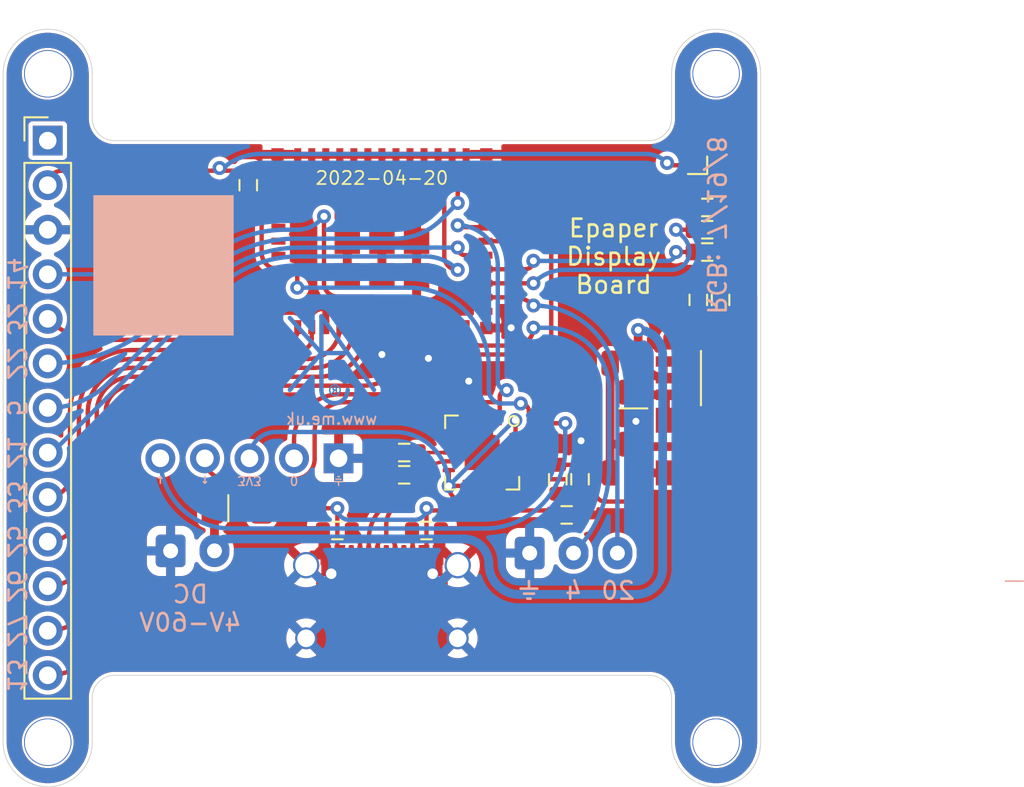
<source format=kicad_pcb>
(kicad_pcb (version 20241129) (generator "pcbnew") (generator_version "9.0")
  (title_block (title "1.54\" epaper display") (date "${DATE}") (rev "1") (comment 1 "www.me.uk") (comment 2 "@TheRealRevK") (comment 3 "Adrian Kennard Andrews & Arnold Ltd"))
  (layers (0 "F.Cu" signal) (2 "B.Cu" signal) (13 "F.Paste" user) (15 "B.Paste" user) (5 "F.SilkS" user) (7 "B.SilkS" user) (1 "F.Mask" user) (3 "B.Mask" user) (25 "Edge.Cuts" user))
  (property "DATE" "2022-04-20")
  (net 0 "")
  (net 1 "VBUS")
  (net 2 "D+")
  (net 3 "D-")
  (net 4 "Net-(D3-RK)")
  (net 5 "Net-(D3-BK)")
  (net 6 "Net-(D3-GK)")
  (net 7 "Net-(J1-D+-PadA6)")
  (net 8 "Net-(J1-D--PadA7)")
  (net 9 "SCK")
  (net 10 "Net-(J1-CC1)")
  (net 11 "GND")
  (net 12 "+3V3")
  (net 14 "Net-(J1-CC2)")
  (net 17 "Net-(U1-FB)")
  (net 18 "Net-(U2-CBUS3)")
  (net 19 "MISO")
  (net 21 "MOSI")
  (net 22 "CS")
  (net 24 "D{slash}C")
  (net 25 "R")
  (net 26 "G")
  (net 27 "B")
  (net 28 "DC")
  (net 34 "SRCS")
  (net 35 "O")
  (net 36 "SDCS")
  (net 38 "RST")
  (net 39 "I")
  (net 40 "EN")
  (net 44 "BOOT")
  (net 46 "BUSY")
  (net 47 "ENA")
  (net 49 "BUTTON1")
  (net 50 "BUTTON2")
  (footprint "RevK:Hole-2.5mm" (layer "F.Cu") (at 169.5 65.08 -90)
    (property "Reference" "H2" (hide yes))
    (property "Value" "MountingHole" (hide yes))
  )
  (footprint "RevK:QFN-20-1EP_4x4mm_P0.5mm_EP2.5x2.5mm" (layer "F.Cu") (at 156.165 86.67 -90)
    (property "Reference" "U2" (hide yes))
    (property "Value" "FT231XQ")
  )
  (footprint "RevK:USC16-TR-Round" (layer "F.Cu") (at 150.45 99.37)
    (property "Reference" "J1" (hide yes))
    (property "Value" "USB-C")
  )
  (footprint "RevK:Hidden" (layer "F.Cu") (at 164.41 87.83)
    (property "Reference" "C3" (hide yes))
    (property "Value" "10uF")
  )
  (footprint "RevK:Hole-2.5mm" (layer "F.Cu") (at 131.4 103.18 -90)
    (property "Reference" "H4" (hide yes))
    (property "Value" "MountingHole" (hide yes))
  )
  (footprint "RevK:AJK" (layer "F.Cu") (at 138.258 74.478)
    (property "Reference" "Logo1" (hide yes))
    (property "Value" "AJK" (hide yes))
  )
  (footprint "RevK:C_0603" (layer "F.Cu") (at 160.981 90.226 180)
    (property "Reference" "C4" (hide yes))
    (property "Value" "10nF")
  )
  (footprint "RevK:Hole-2.5mm" (layer "F.Cu") (at 131.4 65.08 -90)
    (property "Reference" "H3" (hide yes))
    (property "Value" "MountingHole" (hide yes))
  )
  (footprint "RevK:Molex_MiniSPOX_H3RA" (layer "F.Cu") (at 161.372 92.402)
    (property "Reference" "J4" (hide yes))
    (property "Value" "Conn_01x02")
  )
  (footprint "RevK:R_0603" (layer "F.Cu") (at 160.473 88.194 90)
    (property "Reference" "R7" (hide yes))
    (property "Value" "4k7")
  )
  (footprint "RevK:Molex_MiniSPOX_H2RA" (layer "F.Cu") (at 139.655 92.275)
    (property "Reference" "J3" (hide yes))
    (property "Value" "DC")
  )
  (footprint "RevK:Hidden" (layer "F.Cu") (at 164.79 84.71 -90)
    (property "Reference" "D1" (hide yes))
    (property "Value" "Schottky")
  )
  (footprint "RevK:Hidden" (layer "F.Cu") (at 167.71 80.33)
    (property "Reference" "C1" (hide yes))
    (property "Value" "0.1uF")
  )
  (footprint "RevK:RegulatorBlockFB" (layer "F.Cu") (at 167.96 82.43 -90)
    (property "Reference" "U1" (hide yes))
    (property "Value" "LMR16006+FB")
  )
  (footprint "RevK:R_0603" (layer "F.Cu") (at 168.992 72.7 180)
    (property "Reference" "R11" (hide yes))
    (property "Value" "2K")
  )
  (footprint "RevK:R_0603" (layer "F.Cu") (at 142.83 71.43 -90)
    (property "Reference" "R9" (hide yes))
    (property "Value" "10k")
  )
  (footprint "RevK:R_0603" (layer "F.Cu") (at 169.754 77.971 90)
    (property "Reference" "R1" (hide yes))
    (property "Value" "100k 1% or 0R")
  )
  (footprint "RevK:Hole-2.5mm" (layer "F.Cu") (at 169.5 103.18 -90)
    (property "Reference" "H1" (hide yes))
    (property "Value" "MountingHole" (hide yes))
  )
  (footprint "RevK:ESP32-PICO-MINI-02" (layer "F.Cu") (at 150.45 74.62325)
    (property "Reference" "U3" (hide yes))
    (property "Value" "ESP32-PICO-MINI-02")
  )
  (footprint "RevK:R_0603" (layer "F.Cu") (at 151.72 86.67)
    (property "Reference" "R6" (hide yes))
    (property "Value" "27R")
  )
  (footprint "RevK:D_1206" (layer "F.Cu") (at 142.195 89.845)
    (property "Reference" "D2" (hide yes))
    (property "Value" "D")
  )
  (footprint "RevK:R_0603" (layer "F.Cu") (at 168.992 73.97 180)
    (property "Reference" "R10" (hide yes))
    (property "Value" "680R")
  )
  (footprint "RevK:R_0603" (layer "F.Cu") (at 161.743 88.194 -90)
    (property "Reference" "R8" (hide yes))
    (property "Value" "10k")
  )
  (footprint "RevK:R_0603" (layer "F.Cu") (at 152.99 91.115)
    (property "Reference" "R4" (hide yes))
    (property "Value" "5K1")
  )
  (footprint "RevK:R_0603" (layer "F.Cu") (at 147.91 91.115 180)
    (property "Reference" "R3" (hide yes))
    (property "Value" "5K1")
  )
  (footprint "RevK:R_0603" (layer "F.Cu") (at 168.992 75.24 180)
    (property "Reference" "R12" (hide yes))
    (property "Value" "220R")
  )
  (footprint "Connector_PinHeader_2.54mm:PinHeader_1x13_P2.54mm_Vertical" (layer "F.Cu") (at 131.4 68.89)
    (property "Reference" "M1" (hide yes))
    (property "Value" "EPaper")
  )
  (footprint "RevK:LED-RGB-1.6x1.6" (layer "F.Cu") (at 168.992 70.795 180)
    (property "Reference" "D3" (hide yes))
    (property "Value" "RGB")
  )
  (footprint "RevK:R_0603" (layer "F.Cu") (at 168.484 77.971 -90)
    (property "Reference" "R2" (hide yes))
    (property "Value" "30k 1% or NF")
  )
  (footprint "RevK:Hidden" (layer "F.Cu") (at 164.41 81.58)
    (property "Reference" "C2" (hide yes))
    (property "Value" "2.2uF")
  )
  (footprint "RevK:R_0603" (layer "F.Cu") (at 151.72 87.94)
    (property "Reference" "R5" (hide yes))
    (property "Value" "27R")
  )
  (footprint "RevK:Hidden" (layer "F.Cu") (at 167.96 86.33 -90)
    (property "Reference" "L1" (hide yes))
    (property "Value" "6.8uH")
  )
  (footprint "RevK:AJK" (layer "B.Cu") (at 147 81 180)
    (property "Reference" "Logo2" (hide yes))
    (property "Value" "AJK" (hide yes))
  )
  (footprint "RevK:Shelly" (layer "B.Cu") (at 142.9 87)
    (property "Reference" "J2" (hide yes))
    (property "Value" "Shelly" (hide yes))
  )
  (gr_rect (start 134 72) (end 142 80) (fill yes) (layer "B.SilkS"))
  (gr_rect (start 186 94) (end 187 94) (fill no) (layer "B.SilkS"))
  (gr_line (start 133.94 65.08) (end 133.94 67.62) (stroke (width 0.05)) (layer "Edge.Cuts"))
  (gr_arc (start 135.21 68.89) (mid 134.311974 68.518026) (end 133.94 67.62) (stroke (width 0.05)) (layer "Edge.Cuts"))
  (gr_arc (start 133.94 103.18) (mid 131.4 105.72) (end 128.86 103.18) (stroke (width 0.05)) (layer "Edge.Cuts"))
  (gr_line (start 165.69 99.37) (end 135.21 99.37) (stroke (width 0.05)) (layer "Edge.Cuts"))
  (gr_line (start 166.96 65.08) (end 166.96 67.62) (stroke (width 0.05)) (layer "Edge.Cuts"))
  (gr_arc (start 165.69 99.37) (mid 166.588026 99.741974) (end 166.96 100.64) (stroke (width 0.05)) (layer "Edge.Cuts"))
  (gr_line (start 172.04 65.08) (end 172.04 103.18) (stroke (width 0.05)) (layer "Edge.Cuts"))
  (gr_arc (start 172.04 103.18) (mid 169.5 105.72) (end 166.96 103.18) (stroke (width 0.05)) (layer "Edge.Cuts"))
  (gr_line (start 165.69 68.89) (end 135.21 68.89) (stroke (width 0.05)) (layer "Edge.Cuts"))
  (gr_arc (start 166.96 65.08) (mid 169.5 62.54) (end 172.04 65.08) (stroke (width 0.05)) (layer "Edge.Cuts"))
  (gr_line (start 128.86 103.18) (end 128.86 65.08) (stroke (width 0.05)) (layer "Edge.Cuts"))
  (gr_arc (start 166.96 67.62) (mid 166.588026 68.518026) (end 165.69 68.89) (stroke (width 0.05)) (layer "Edge.Cuts"))
  (gr_line (start 166.96 100.64) (end 166.96 103.18) (stroke (width 0.05)) (layer "Edge.Cuts"))
  (gr_arc (start 128.86 65.08) (mid 131.4 62.54) (end 133.94 65.08) (stroke (width 0.05)) (layer "Edge.Cuts"))
  (gr_arc (start 133.94 100.64) (mid 134.311974 99.741974) (end 135.21 99.37) (stroke (width 0.05)) (layer "Edge.Cuts"))
  (gr_line (start 133.94 100.64) (end 133.94 103.18) (stroke (width 0.05)) (layer "Edge.Cuts"))
  (gr_text "Epaper\nDisplay\nBoard" (at 163.658 75.494 0) (layer "F.SilkS") (effects (font (size 1 1))))
  (gr_text "20" (at 163.912 94.544 0) (layer "B.SilkS") (effects (font (size 1 1)) (justify mirror)))
  (gr_text "22" (at 129.622 81.59 -90) (layer "B.SilkS") (effects (font (size 1 1)) (justify mirror)))
  (gr_text "27" (at 129.622 96.83 -90) (layer "B.SilkS") (effects (font (size 1 1)) (justify mirror)))
  (gr_text "4" (at 161.372 94.544 0) (layer "B.SilkS") (effects (font (size 1 1)) (justify mirror)))
  (gr_text "25" (at 129.622 91.75 -90) (layer "B.SilkS") (effects (font (size 1 1)) (justify mirror)))
  (gr_text "RGB: 7/19/8" (at 169.5 73.716 -90) (layer "B.SilkS") (effects (font (size 1 1)) (justify mirror)))
  (gr_text "33" (at 129.622 89.21 -90) (layer "B.SilkS") (effects (font (size 1 1)) (justify mirror)))
  (gr_text "21" (at 129.622 86.67 -90) (layer "B.SilkS") (effects (font (size 1 1)) (justify mirror)))
  (gr_text "32" (at 129.622 79.05 -90) (layer "B.SilkS") (effects (font (size 1 1)) (justify mirror)))
  (gr_text "13" (at 129.622 99.37 -90) (layer "B.SilkS") (effects (font (size 1 1)) (justify mirror)))
  (gr_text "5" (at 129.622 84.13 -90) (layer "B.SilkS") (effects (font (size 1 1)) (justify mirror)))
  (gr_text "26" (at 129.622 94.29 -90) (layer "B.SilkS") (effects (font (size 1 1)) (justify mirror)))
  (gr_text "DC\n4V-60V" (at 139.528 95.56 0) (layer "B.SilkS") (effects (font (size 1 1)) (justify mirror)))
  (gr_text "14" (at 129.622 76.51 -90) (layer "B.SilkS") (effects (font (size 1 1)) (justify mirror)))
  (gr_text "⏚" (at 158.832 94.544 0) (layer "B.SilkS") (effects (font (size 1 1)) (justify mirror)))
  (segment (start 160.473 89.019) (end 160.473 89.959) (width 0.25) (layer "F.Cu") (net 1))
  (segment (start 160.089 89.972) (end 153.117 89.972) (width 0.25) (layer "F.Cu") (net 1))
  (segment (start 147.91 89.845) (end 147.91 92.37) (width 0.25) (layer "F.Cu") (net 1))
  (segment (start 152.99 89.845) (end 152.99 92.37) (width 0.25) (layer "F.Cu") (net 1))
  (segment (start 147.91 89.845) (end 143.595 89.845) (width 0.25) (layer "F.Cu") (net 1))
  (via (at 147.91 89.845) (size 0.8) (drill 0.4) (layers "F.Cu" "B.Cu") (net 1))
  (via (at 152.99 89.845) (size 0.8) (drill 0.4) (layers "F.Cu" "B.Cu") (net 1))
  (arc (start 147.91 92.37) (mid 147.951005 92.468995) (end 148.05 92.51) (width 0.25) (layer "F.Cu") (net 1))
  (arc (start 160.473 89.959) (mid 160.394798 90.147798) (end 160.206 90.226) (width 0.25) (layer "F.Cu") (net 1))
  (arc (start 153.117 89.972) (mid 153.027197 89.934803) (end 152.99 89.845) (width 0.25) (layer "F.Cu") (net 1))
  (arc (start 152.99 92.37) (mid 152.948995 92.468995) (end 152.85 92.51) (width 0.25) (layer "F.Cu") (net 1))
  (segment (start 152.335 90.5) (end 148.565 90.5) (width 0.25) (layer "B.Cu") (net 1))
  (arc (start 148.565 90.5) (mid 148.101845 90.308155) (end 147.91 89.845) (width 0.25) (layer "B.Cu") (net 1))
  (arc (start 152.99 89.845) (mid 152.798155 90.308155) (end 152.335 90.5) (width 0.25) (layer "B.Cu") (net 1))
  (segment (start 154.265 86.67) (end 152.545 86.67) (width 0.2) (layer "F.Cu") (net 2))
  (segment (start 152.643248 87.841751) (end 152.545 87.94) (width 0.2) (layer "F.Cu") (net 3))
  (arc (start 154.265 87.17) (mid 153.387314 87.344583) (end 152.643248 87.841751) (width 0.2) (layer "F.Cu") (net 3))
  (segment (start 169.867 70.295) (end 170.042 70.295) (width 0.25) (layer "F.Cu") (net 4))
  (segment (start 170.77 71.023) (end 170.77 73.017) (width 0.25) (layer "F.Cu") (net 4))
  (arc (start 170.042 70.295) (mid 170.556774 70.508226) (end 170.77 71.023) (width 0.25) (layer "F.Cu") (net 4))
  (arc (start 170.77 73.017) (mid 170.490873 73.690873) (end 169.817 73.97) (width 0.25) (layer "F.Cu") (net 4))
  (segment (start 168.992 72.065) (end 168.992 74.415) (width 0.25) (layer "F.Cu") (net 5))
  (segment (start 168.117 71.295) (end 168.222 71.295) (width 0.25) (layer "F.Cu") (net 5))
  (arc (start 168.222 71.295) (mid 168.766472 71.520528) (end 168.992 72.065) (width 0.25) (layer "F.Cu") (net 5))
  (arc (start 168.992 74.415) (mid 169.233637 74.998363) (end 169.817 75.24) (width 0.25) (layer "F.Cu") (net 5))
  (segment (start 169.867 71.295) (end 169.867 72.65) (width 0.25) (layer "F.Cu") (net 6))
  (arc (start 169.867 72.65) (mid 169.852355 72.685355) (end 169.817 72.7) (width 0.25) (layer "F.Cu") (net 6))
  (segment (start 151.61952 87.39452) (end 151.61952 88.554555) (width 0.25) (layer "F.Cu") (net 7))
  (segment (start 150.2 92.05) (end 150.2 92.51) (width 0.25) (layer "F.Cu") (net 7))
  (segment (start 150.7 91.55) (end 150.7 90.774472) (width 0.25) (layer "F.Cu") (net 7))
  (segment (start 151.2 92.51) (end 151.2 92.05) (width 0.25) (layer "F.Cu") (net 7))
  (arc (start 151.61952 88.554555) (mid 151.480603 89.252938) (end 151.085 89.845) (width 0.25) (layer "F.Cu") (net 7))
  (arc (start 151.2 92.05) (mid 151.053553 91.696447) (end 150.7 91.55) (width 0.25) (layer "F.Cu") (net 7))
  (arc (start 150.7 91.55) (mid 150.346447 91.696447) (end 150.2 92.05) (width 0.25) (layer "F.Cu") (net 7))
  (arc (start 150.895 86.67) (mid 151.407313 86.882207) (end 151.61952 87.39452) (width 0.25) (layer "F.Cu") (net 7))
  (arc (start 150.7 90.774472) (mid 150.800058 90.271445) (end 151.085 89.845) (width 0.25) (layer "F.Cu") (net 7))
  (segment (start 150.895 87.94) (end 150.895 88.770675) (width 0.25) (layer "F.Cu") (net 8))
  (segment (start 149.7 92.51) (end 149.7 91.635) (width 0.25) (layer "F.Cu") (net 8))
  (segment (start 149.7 92.95) (end 149.7 92.51) (width 0.25) (layer "F.Cu") (net 8))
  (segment (start 150.45 89.845) (end 150.435391 89.859609) (width 0.25) (layer "F.Cu") (net 8))
  (segment (start 150.7 92.51) (end 150.7 92.95) (width 0.25) (layer "F.Cu") (net 8))
  (arc (start 150.7 92.95) (mid 150.553553 93.303553) (end 150.2 93.45) (width 0.25) (layer "F.Cu") (net 8))
  (arc (start 150.435391 89.859609) (mid 149.891122 90.674166) (end 149.7 91.635) (width 0.25) (layer "F.Cu") (net 8))
  (arc (start 150.895 88.770675) (mid 150.779348 89.352095) (end 150.45 89.845) (width 0.25) (layer "F.Cu") (net 8))
  (arc (start 150.2 93.45) (mid 149.846447 93.303553) (end 149.7 92.95) (width 0.25) (layer "F.Cu") (net 8))
  (segment (start 149.942 77.78) (end 147.91 77.78) (width 0.25) (layer "F.Cu") (net 9))
  (segment (start 150.45 79.52325) (end 150.45 78.288) (width 0.25) (layer "F.Cu") (net 9))
  (segment (start 147.148 77.018) (end 147.148 73.208) (width 0.25) (layer "F.Cu") (net 9))
  (via (at 147.148 73.208) (size 0.8) (drill 0.4) (layers "F.Cu" "B.Cu") (net 9))
  (arc (start 150.45 78.288) (mid 150.30121 77.92879) (end 149.942 77.78) (width 0.25) (layer "F.Cu") (net 9))
  (arc (start 147.91 77.78) (mid 147.371185 77.556815) (end 147.148 77.018) (width 0.25) (layer "F.Cu") (net 9))
  (segment (start 147.148 73.208) (end 146.924816 73.431184) (width 0.25) (layer "B.Cu") (net 9))
  (segment (start 145.624 73.97) (end 144.941681 73.97) (width 0.25) (layer "B.Cu") (net 9))
  (segment (start 138.80958 76.51) (end 131.4 76.51) (width 0.25) (layer "B.Cu") (net 9))
  (arc (start 146.924816 73.431184) (mid 146.327997 73.829966) (end 145.624 73.97) (width 0.25) (layer "B.Cu") (net 9))
  (arc (start 140.036 76.002) (mid 139.473314 76.377975) (end 138.80958 76.51) (width 0.25) (layer "B.Cu") (net 9))
  (arc (start 144.941681 73.97) (mid 142.286746 74.4981) (end 140.036 76.002) (width 0.25) (layer "B.Cu") (net 9))
  (segment (start 149.2 92.51) (end 149.2 91.58) (width 0.25) (layer "F.Cu") (net 10))
  (arc (start 149.2 91.58) (mid 149.063805 91.251195) (end 148.735 91.115) (width 0.25) (layer "F.Cu") (net 10))
  (segment (start 155.165 85.67) (end 156.165 86.67) (width 0.25) (layer "F.Cu") (net 11))
  (segment (start 147.98 87) (end 147.98 85.72) (width 0.25) (layer "F.Cu") (net 11))
  (segment (start 155.665 84.77) (end 155.665 86.17) (width 0.25) (layer "F.Cu") (net 11))
  (segment (start 164.79 86.1925) (end 164.79 85.03) (width 0.5) (layer "F.Cu") (net 11))
  (segment (start 148.6 85.1) (end 153.695 85.1) (width 0.25) (layer "F.Cu") (net 11))
  (segment (start 156.165 84.77) (end 156.165 86.67) (width 0.25) (layer "F.Cu") (net 11))
  (segment (start 156.665 86.17) (end 156.165 86.67) (width 0.25) (layer "F.Cu") (net 11))
  (segment (start 154.265 85.67) (end 155.165 85.67) (width 0.25) (layer "F.Cu") (net 11))
  (segment (start 155.165 84.77) (end 155.165 85.67) (width 0.25) (layer "F.Cu") (net 11))
  (segment (start 156.665 84.77) (end 156.665 86.17) (width 0.25) (layer "F.Cu") (net 11))
  (segment (start 156.165 88.57) (end 156.165 86.67) (width 0.25) (layer "F.Cu") (net 11))
  (via (at 157.816 79.558) (size 0.8) (drill 0.4) (layers "F.Cu" "B.Cu") (net 11))
  (via (at 161.8 86) (size 0.8) (drill 0.4) (layers "F.Cu" "B.Cu") (net 11))
  (via (at 153.1 81.3) (size 0.8) (drill 0.4) (layers "F.Cu" "B.Cu") (net 11))
  (via (at 164.928 84.892) (size 0.8) (drill 0.4) (layers "F.Cu" "B.Cu") (net 11))
  (via (at 155.4 82.6) (size 0.8) (drill 0.4) (layers "F.Cu" "B.Cu") (net 11))
  (via (at 150.45 81.082) (size 0.8) (drill 0.4) (layers "F.Cu" "B.Cu") (net 11))
  (arc (start 164.79 85.03) (mid 164.830419 84.932419) (end 164.928 84.892) (width 0.5) (layer "F.Cu") (net 11))
  (arc (start 153.695 85.1) (mid 154.098051 85.266949) (end 154.265 85.67) (width 0.25) (layer "F.Cu") (net 11))
  (arc (start 147.98 85.72) (mid 148.161594 85.281594) (end 148.6 85.1) (width 0.25) (layer "F.Cu") (net 11))
  (segment (start 154.26 87.675) (end 154.265 87.67) (width 0.25) (layer "F.Cu") (net 12))
  (segment (start 171.278 70.381978) (end 171.278 77.272) (width 0.25) (layer "F.Cu") (net 12))
  (segment (start 142.83 70.605) (end 132.225 70.605) (width 0.25) (layer "F.Cu") (net 12))
  (segment (start 158.065 85.67) (end 158.065 84.840668) (width 0.25) (layer "F.Cu") (net 12))
  (segment (start 168.117 70.295) (end 167.031918 70.295) (width 0.25) (layer "F.Cu") (net 12))
  (segment (start 170.326 78.796) (end 169.754 78.796) (width 0.25) (layer "F.Cu") (net 12))
  (segment (start 143.9 72.22325) (end 144.55 72.22325) (width 0.25) (layer "F.Cu") (net 12))
  (segment (start 164.674 89.464) (end 163.15 89.464) (width 0.25) (layer "F.Cu") (net 12))
  (segment (start 155.665 88.57) (end 155.165 88.57) (width 0.25) (layer "F.Cu") (net 12))
  (segment (start 167.91 87.83) (end 169.61 87.83) (width 0.25) (layer "F.Cu") (net 12))
  (segment (start 143.62952 71.95277) (end 143.62952 71.40452) (width 0.25) (layer "F.Cu") (net 12))
  (segment (start 165.36 87.83) (end 165.36 88.778) (width 0.25) (layer "F.Cu") (net 12))
  (segment (start 159.848 88.194) (end 161.88 88.194) (width 0.25) (layer "F.Cu") (net 12))
  (segment (start 154.26 88.575) (end 154.26 87.675) (width 0.25) (layer "F.Cu") (net 12))
  (segment (start 168.76 69.652) (end 170.548022 69.652) (width 0.25) (layer "F.Cu") (net 12))
  (segment (start 171.024 86.416) (end 171.024 79.494) (width 0.25) (layer "F.Cu") (net 12))
  (segment (start 155.149 89.464) (end 158.578 89.464) (width 0.25) (layer "F.Cu") (net 12))
  (segment (start 154.265 88.57) (end 154.26 88.575) (width 0.25) (layer "F.Cu") (net 12))
  (segment (start 155.165 88.57) (end 154.265 88.57) (width 0.25) (layer "F.Cu") (net 12))
  (segment (start 158.065 84.840668) (end 158.050081 84.825749) (width 0.25) (layer "F.Cu") (net 12))
  (via (at 141.195604 70.4515) (size 0.8) (drill 0.4) (layers "F.Cu" "B.Cu") (net 12))
  (via (at 166.706 70.16) (size 0.8) (drill 0.4) (layers "F.Cu" "B.Cu") (net 12))
  (via (at 158.050081 84.825749) (size 0.8) (drill 0.4) (layers "F.Cu" "B.Cu") (net 12))
  (via (at 154.26 88.575) (size 0.8) (drill 0.4) (layers "F.Cu" "B.Cu") (net 12))
  (arc (start 168.117 70.295) (mid 168.30533 69.84033) (end 168.76 69.652) (width 0.25) (layer "F.Cu") (net 12))
  (arc (start 170.548022 69.652) (mid 171.064194 69.865806) (end 171.278 70.381978) (width 0.25) (layer "F.Cu") (net 12))
  (arc (start 161.88 88.194) (mid 162.418815 88.417185) (end 162.642 88.956) (width 0.25) (layer "F.Cu") (net 12))
  (arc (start 132.225 70.605) (mid 131.641637 70.846637) (end 131.4 71.43) (width 0.25) (layer "F.Cu") (net 12))
  (arc (start 169.61 87.83) (mid 170.609849 87.415849) (end 171.024 86.416) (width 0.25) (layer "F.Cu") (net 12))
  (arc (start 163.15 89.464) (mid 162.79079 89.31521) (end 162.642 88.956) (width 0.25) (layer "F.Cu") (net 12))
  (arc (start 158.578 89.464) (mid 158.93721 89.31521) (end 159.086 88.956) (width 0.25) (layer "F.Cu") (net 12))
  (arc (start 143.62952 71.95277) (mid 143.708742 72.144028) (end 143.9 72.22325) (width 0.25) (layer "F.Cu") (net 12))
  (arc (start 165.36 88.778) (mid 165.159075 89.263075) (end 164.674 89.464) (width 0.25) (layer "F.Cu") (net 12))
  (arc (start 171.278 77.272) (mid 170.831631 78.349631) (end 169.754 78.796) (width 0.25) (layer "F.Cu") (net 12))
  (arc (start 167.031918 70.295) (mid 166.855532 70.259914) (end 166.706 70.16) (width 0.25) (layer "F.Cu") (net 12))
  (arc (start 143.62952 71.40452) (mid 143.395346 70.839174) (end 142.83 70.605) (width 0.25) (layer "F.Cu") (net 12))
  (arc (start 159.086 88.956) (mid 159.309185 88.417185) (end 159.848 88.194) (width 0.25) (layer "F.Cu") (net 12))
  (arc (start 154.26 88.575) (mid 154.520382 89.203618) (end 155.149 89.464) (width 0.25) (layer "F.Cu") (net 12))
  (arc (start 171.024 79.494) (mid 170.819561 79.000439) (end 170.326 78.796) (width 0.25) (layer "F.Cu") (net 12))
  (segment (start 144.4 85.5) (end 151.185 85.5) (width 0.25) (layer "B.Cu") (net 12))
  (segment (start 165.47958 69.652) (end 143.543745 69.652) (width 0.25) (layer "B.Cu") (net 12))
  (segment (start 141.659356 70.249947) (end 141.457803 70.4515) (width 0.25) (layer "B.Cu") (net 12))
  (segment (start 154.26 88.575) (end 158.009251 84.825749) (width 0.25) (layer "B.Cu") (net 12))
  (segment (start 141.457803 70.4515) (end 141.195604 70.4515) (width 0.25) (layer "B.Cu") (net 12))
  (segment (start 158.009251 84.825749) (end 158.050081 84.825749) (width 0.25) (layer "B.Cu") (net 12))
  (arc (start 166.706 70.16) (mid 166.143314 69.784025) (end 165.47958 69.652) (width 0.25) (layer "B.Cu") (net 12))
  (arc (start 143.543745 69.652) (mid 142.555659 69.805658) (end 141.659356 70.249947) (width 0.25) (layer "B.Cu") (net 12))
  (arc (start 151.185 85.5) (mid 153.359353 86.400647) (end 154.26 88.575) (width 0.25) (layer "B.Cu") (net 12))
  (arc (start 142.9 87) (mid 143.33934 85.93934) (end 144.4 85.5) (width 0.25) (layer "B.Cu") (net 12))
  (segment (start 152.2 92.51) (end 152.2 91.15) (width 0.25) (layer "F.Cu") (net 14))
  (arc (start 152.2 91.15) (mid 152.189749 91.125251) (end 152.165 91.115) (width 0.25) (layer "F.Cu") (net 14))
  (segment (start 168.484 78.796) (end 168.484 78.416) (width 0.25) (layer "F.Cu") (net 17))
  (segment (start 168.537217 78.796) (end 169.103159 79.361942) (width 0.25) (layer "F.Cu") (net 17))
  (segment (start 169.5 80.32) (end 169.5 81.0213) (width 0.25) (layer "F.Cu") (net 17))
  (segment (start 168.484 78.416) (end 169.754 77.146) (width 0.25) (layer "F.Cu") (net 17))
  (segment (start 168.484 78.796) (end 168.537217 78.796) (width 0.25) (layer "F.Cu") (net 17))
  (arc (start 169.5 81.0213) (mid 169.45062 81.269546) (end 169.31 81.48) (width 0.25) (layer "F.Cu") (net 17))
  (arc (start 169.103159 79.361942) (mid 169.396864 79.801502) (end 169.5 80.32) (width 0.25) (layer "F.Cu") (net 17))
  (segment (start 158.065 87.67) (end 159.016112 87.67) (width 0.25) (layer "F.Cu") (net 18))
  (segment (start 161.743 87.369) (end 160.473 87.369) (width 0.25) (layer "F.Cu") (net 18))
  (arc (start 159.016112 87.67) (mid 159.741254 87.52576) (end 160.356 87.115) (width 0.25) (layer "F.Cu") (net 18))
  (segment (start 145.65 79.52325) (end 145.65 79.72325) (width 0.25) (layer "F.Cu") (net 19))
  (segment (start 145.125489 80.247761) (end 134.29165 80.247761) (width 0.25) (layer "F.Cu") (net 19))
  (arc (start 134.29165 80.247761) (mid 132.7267 79.936473) (end 131.4 79.05) (width 0.25) (layer "F.Cu") (net 19))
  (arc (start 145.65 79.72325) (mid 145.496374 80.094135) (end 145.125489 80.247761) (width 0.25) (layer "F.Cu") (net 19))
  (segment (start 154.768 71.938) (end 154.768 72.446) (width 0.25) (layer "F.Cu") (net 21))
  (segment (start 156.35 71.42325) (end 155.28275 71.42325) (width 0.25) (layer "F.Cu") (net 21))
  (via (at 154.768 72.446) (size 0.8) (drill 0.4) (layers "F.Cu" "B.Cu") (net 21))
  (arc (start 155.28275 71.42325) (mid 154.918767 71.574017) (end 154.768 71.938) (width 0.25) (layer "F.Cu") (net 21))
  (segment (start 140.036 76.764) (end 137.904077 78.895923) (width 0.25) (layer "B.Cu") (net 21))
  (segment (start 151.212 74.478) (end 145.554892 74.478) (width 0.25) (layer "B.Cu") (net 21))
  (segment (start 153.81363 73.400369) (end 154.768 72.446) (width 0.25) (layer "B.Cu") (net 21))
  (arc (start 137.904077 78.895923) (mid 134.919981 80.889832) (end 131.4 81.59) (width 0.25) (layer "B.Cu") (net 21))
  (arc (start 145.554892 74.478) (mid 142.56809 75.072112) (end 140.036 76.764) (width 0.25) (layer "B.Cu") (net 21))
  (arc (start 151.212 74.478) (mid 152.619992 74.197933) (end 153.81363 73.400369) (width 0.25) (layer "B.Cu") (net 21))
  (segment (start 156.35 75.42325) (end 155.20525 75.42325) (width 0.25) (layer "F.Cu") (net 22))
  (via (at 154.768 74.986) (size 0.8) (drill 0.4) (layers "F.Cu" "B.Cu") (net 22))
  (arc (start 155.20525 75.42325) (mid 154.896068 75.295182) (end 154.768 74.986) (width 0.25) (layer "F.Cu") (net 22))
  (segment (start 154.768 74.986) (end 145.808892 74.986) (width 0.25) (layer "B.Cu") (net 22))
  (segment (start 140.29 77.272) (end 134.868841 82.693159) (width 0.25) (layer "B.Cu") (net 22))
  (arc (start 145.808892 74.986) (mid 142.82209 75.580112) (end 140.29 77.272) (width 0.25) (layer "B.Cu") (net 22))
  (arc (start 134.868841 82.693159) (mid 133.277323 83.756577) (end 131.4 84.13) (width 0.25) (layer "B.Cu") (net 22))
  (segment (start 154.006 75.494) (end 154.006 71.684) (width 0.25) (layer "F.Cu") (net 24))
  (segment (start 155.06675 70.62325) (end 156.35 70.62325) (width 0.25) (layer "F.Cu") (net 24))
  (via (at 154.768 76.256) (size 0.8) (drill 0.4) (layers "F.Cu" "B.Cu") (net 24))
  (arc (start 154.768 76.256) (mid 154.229185 76.032815) (end 154.006 75.494) (width 0.25) (layer "F.Cu") (net 24))
  (arc (start 154.006 71.684) (mid 154.316686 70.933936) (end 155.06675 70.62325) (width 0.25) (layer "F.Cu") (net 24))
  (segment (start 152.92837 75.494) (end 145.703681 75.494) (width 0.25) (layer "B.Cu") (net 24))
  (segment (start 140.798 77.526) (end 131.833606 86.490394) (width 0.25) (layer "B.Cu") (net 24))
  (arc (start 154.768 76.256) (mid 153.923971 75.692037) (end 152.92837 75.494) (width 0.25) (layer "B.Cu") (net 24))
  (arc (start 131.833606 86.490394) (mid 131.634666 86.623322) (end 131.4 86.67) (width 0.25) (layer "B.Cu") (net 24))
  (arc (start 145.703681 75.494) (mid 143.048746 76.0221) (end 140.798 77.526) (width 0.25) (layer "B.Cu") (net 24))
  (segment (start 156.35 77.02325) (end 159.08075 77.02325) (width 0.25) (layer "F.Cu") (net 25))
  (segment (start 167.214 73.97) (end 168.167 73.97) (width 0.25) (layer "F.Cu") (net 25))
  (via (at 159.086 77.018) (size 0.8) (drill 0.4) (layers "F.Cu" "B.Cu") (net 25))
  (via (at 167.214 73.97) (size 0.8) (drill 0.4) (layers "F.Cu" "B.Cu") (net 25))
  (arc (start 159.08075 77.02325) (mid 159.084462 77.021712) (end 159.086 77.018) (width 0.25) (layer "F.Cu") (net 25))
  (segment (start 159.086 77.018) (end 159.129579 76.974421) (width 0.25) (layer "B.Cu") (net 25))
  (segment (start 167.61679 74.37279) (end 167.214 73.97) (width 0.25) (layer "B.Cu") (net 25))
  (segment (start 160.864 76.256) (end 166.96 76.256) (width 0.25) (layer "B.Cu") (net 25))
  (arc (start 167.976 75.24) (mid 167.882644 74.770669) (end 167.61679 74.37279) (width 0.25) (layer "B.Cu") (net 25))
  (arc (start 159.129579 76.974421) (mid 159.925338 76.442711) (end 160.864 76.256) (width 0.25) (layer "B.Cu") (net 25))
  (arc (start 166.96 76.256) (mid 167.67842 75.95842) (end 167.976 75.24) (width 0.25) (layer "B.Cu") (net 25))
  (segment (start 156.35 72.22325) (end 167.69025 72.22325) (width 0.25) (layer "F.Cu") (net 26))
  (arc (start 167.69025 72.22325) (mid 168.027363 72.362887) (end 168.167 72.7) (width 0.25) (layer "F.Cu") (net 26))
  (segment (start 159.052216 75.770936) (end 159.080881 75.742271) (width 0.25) (layer "F.Cu") (net 27))
  (segment (start 156.35 76.22325) (end 158.61075 76.22325) (width 0.25) (layer "F.Cu") (net 27))
  (segment (start 159.052216 75.930861) (end 159.052216 75.770936) (width 0.25) (layer "F.Cu") (net 27))
  (segment (start 167.214 75.24) (end 168.167 75.24) (width 0.25) (layer "F.Cu") (net 27))
  (via (at 167.214 75.24) (size 0.8) (drill 0.4) (layers "F.Cu" "B.Cu") (net 27))
  (via (at 159.080881 75.742271) (size 0.8) (drill 0.4) (layers "F.Cu" "B.Cu") (net 27))
  (arc (start 158.61075 76.22325) (mid 158.874784 76.143155) (end 159.052216 75.930861) (width 0.25) (layer "F.Cu") (net 27))
  (segment (start 159.086 75.748) (end 159.080881 75.742881) (width 0.25) (layer "B.Cu") (net 27))
  (segment (start 166.706 75.748) (end 159.086 75.748) (width 0.25) (layer "B.Cu") (net 27))
  (segment (start 159.080881 75.742881) (end 159.080881 75.742271) (width 0.25) (layer "B.Cu") (net 27))
  (arc (start 167.214 75.24) (mid 167.06521 75.59921) (end 166.706 75.748) (width 0.25) (layer "B.Cu") (net 27))
  (segment (start 140.905 89.955) (end 140.795 89.845) (width 0.5) (layer "F.Cu") (net 28))
  (segment (start 165.055 81.015) (end 165.41 81.37) (width 0.5) (layer "F.Cu") (net 28))
  (segment (start 140.905 92.275) (end 140.905 89.955) (width 0.5) (layer "F.Cu") (net 28))
  (segment (start 165.055 79.685) (end 165.055 81.015) (width 0.5) (layer "F.Cu") (net 28))
  (segment (start 166.61 82.43) (end 166.61 81.48) (width 0.25) (layer "F.Cu") (net 28))
  (via (at 165.055 79.685) (size 0.8) (drill 0.4) (layers "F.Cu" "B.Cu") (net 28))
  (segment (start 141.58502 91.59498) (end 155.12098 91.59498) (width 0.5) (layer "B.Cu") (net 28))
  (segment (start 140.905888 92.208111) (end 140.931986 92.076904) (width 0.5) (layer "B.Cu") (net 28))
  (segment (start 140.931986 92.076904) (end 140.983181 91.95331) (width 0.5) (layer "B.Cu") (net 28))
  (segment (start 158.28516 94.75916) (end 164.96684 94.75916) (width 0.5) (layer "B.Cu") (net 28))
  (segment (start 141.386924 91.621966) (end 141.518131 91.595868) (width 0.5) (layer "B.Cu") (net 28))
  (segment (start 166.452 93.274) (end 166.452 81.082) (width 0.5) (layer "B.Cu") (net 28))
  (segment (start 140.983181 91.95331) (end 141.057503 91.842078) (width 0.5) (layer "B.Cu") (net 28))
  (segment (start 141.057503 91.842078) (end 141.152098 91.747483) (width 0.5) (layer "B.Cu") (net 28))
  (segment (start 141.518131 91.595868) (end 141.58502 91.59498) (width 0.5) (layer "B.Cu") (net 28))
  (segment (start 140.905 92.275) (end 140.905888 92.208111) (width 0.5) (layer "B.Cu") (net 28))
  (segment (start 141.26333 91.673161) (end 141.386924 91.621966) (width 0.5) (layer "B.Cu") (net 28))
  (segment (start 141.152098 91.747483) (end 141.26333 91.673161) (width 0.5) (layer "B.Cu") (net 28))
  (arc (start 164.96684 94.75916) (mid 166.017007 94.324167) (end 166.452 93.274) (width 0.5) (layer "B.Cu") (net 28))
  (arc (start 156.546 93.02) (mid 157.055388 94.249772) (end 158.28516 94.75916) (width 0.5) (layer "B.Cu") (net 28))
  (arc (start 155.12098 91.59498) (mid 156.128621 92.012359) (end 156.546 93.02) (width 0.5) (layer "B.Cu") (net 28))
  (arc (start 166.452 81.082) (mid 166.042828 80.094172) (end 165.055 79.685) (width 0.5) (layer "B.Cu") (net 28))
  (segment (start 132.67 84.384) (end 132.67 87.94) (width 0.25) (layer "F.Cu") (net 34))
  (segment (start 146.45 79.52325) (end 146.45 80.17325) (width 0.25) (layer "F.Cu") (net 34))
  (segment (start 145.79525 80.828) (end 136.226 80.828) (width 0.25) (layer "F.Cu") (net 34))
  (arc (start 132.67 87.94) (mid 132.298026 88.838026) (end 131.4 89.21) (width 0.25) (layer "F.Cu") (net 34))
  (arc (start 146.45 80.17325) (mid 146.258228 80.636228) (end 145.79525 80.828) (width 0.25) (layer "F.Cu") (net 34))
  (arc (start 136.226 80.828) (mid 133.711528 81.869528) (end 132.67 84.384) (width 0.25) (layer "F.Cu") (net 34))
  (segment (start 157.1 83.8) (end 148.3 83.8) (width 0.25) (layer "F.Cu") (net 35))
  (segment (start 157.165 84.77) (end 157.165 83.735) (width 0.25) (layer "F.Cu") (net 35))
  (segment (start 146.614511 85.485489) (end 146.614511 87.034511) (width 0.25) (layer "F.Cu") (net 35))
  (segment (start 145.474511 88.174511) (end 141.534511 88.174511) (width 0.25) (layer "F.Cu") (net 35))
  (segment (start 154.87525 73.82325) (end 156.35 73.82325) (width 0.25) (layer "F.Cu") (net 35))
  (segment (start 157.165 83.735) (end 157.165 83.511) (width 0.25) (layer "F.Cu") (net 35))
  (via (at 157.562 83.114) (size 0.8) (drill 0.4) (layers "F.Cu" "B.Cu") (net 35))
  (via (at 154.768 73.716) (size 0.8) (drill 0.4) (layers "F.Cu" "B.Cu") (net 35))
  (arc (start 154.768 73.716) (mid 154.799413 73.791837) (end 154.87525 73.82325) (width 0.25) (layer "F.Cu") (net 35))
  (arc (start 148.3 83.8) (mid 147.108179 84.293668) (end 146.614511 85.485489) (width 0.25) (layer "F.Cu") (net 35))
  (arc (start 146.614511 87.034511) (mid 146.280613 87.840613) (end 145.474511 88.174511) (width 0.25) (layer "F.Cu") (net 35))
  (arc (start 157.165 83.735) (mid 157.145962 83.780962) (end 157.1 83.8) (width 0.25) (layer "F.Cu") (net 35))
  (arc (start 141.534511 88.174511) (mid 140.704006 87.830505) (end 140.36 87) (width 0.25) (layer "F.Cu") (net 35))
  (arc (start 157.165 83.511) (mid 157.281279 83.230279) (end 157.562 83.114) (width 0.25) (layer "F.Cu") (net 35))
  (segment (start 157.054 82.606) (end 157.054 76.002) (width 0.25) (layer "B.Cu") (net 35))
  (arc (start 157.562 83.114) (mid 157.20279 82.96521) (end 157.054 82.606) (width 0.25) (layer "B.Cu") (net 35))
  (arc (start 157.054 76.002) (mid 156.384446 74.385554) (end 154.768 73.716) (width 0.25) (layer "B.Cu") (net 35))
  (segment (start 146.23725 81.336) (end 136.226 81.336) (width 0.25) (layer "F.Cu") (net 36))
  (segment (start 133.178 84.384) (end 133.178 89.972) (width 0.25) (layer "F.Cu") (net 36))
  (arc (start 148.05 79.52325) (mid 147.519058 80.805058) (end 146.23725 81.336) (width 0.25) (layer "F.Cu") (net 36))
  (arc (start 136.226 81.336) (mid 134.070739 82.228739) (end 133.178 84.384) (width 0.25) (layer "F.Cu") (net 36))
  (arc (start 133.178 89.972) (mid 132.657236 91.229236) (end 131.4 91.75) (width 0.25) (layer "F.Cu") (net 36))
  (segment (start 133.686 84.384) (end 133.686 92.004) (width 0.25) (layer "F.Cu") (net 38))
  (segment (start 146.52925 81.844) (end 136.226 81.844) (width 0.25) (layer "F.Cu") (net 38))
  (arc (start 148.85 79.52325) (mid 148.170268 81.164268) (end 146.52925 81.844) (width 0.25) (layer "F.Cu") (net 38))
  (arc (start 133.686 92.004) (mid 133.016446 93.620446) (end 131.4 94.29) (width 0.25) (layer "F.Cu") (net 38))
  (arc (start 136.226 81.844) (mid 134.429949 82.587949) (end 133.686 84.384) (width 0.25) (layer "F.Cu") (net 38))
  (segment (start 160.102 75.24) (end 160.102 85.002) (width 0.25) (layer "F.Cu") (net 39))
  (segment (start 160.102 85.002) (end 160.898 85.002) (width 0.25) (layer "F.Cu") (net 39))
  (segment (start 158.257002 87.17) (end 158.065 87.17) (width 0.25) (layer "F.Cu") (net 39))
  (segment (start 160.102 85.002) (end 160.102 85.325002) (width 0.25) (layer "F.Cu") (net 39))
  (segment (start 156.35 74.62325) (end 159.48525 74.62325) (width 0.25) (layer "F.Cu") (net 39))
  (via (at 160.9 85) (size 0.8) (drill 0.4) (layers "F.Cu" "B.Cu") (net 39))
  (arc (start 159.48525 74.62325) (mid 159.921358 74.803892) (end 160.102 75.24) (width 0.25) (layer "F.Cu") (net 39))
  (arc (start 160.102 85.325002) (mid 159.561613 86.629613) (end 158.257002 87.17) (width 0.25) (layer "F.Cu") (net 39))
  (arc (start 160.898 85.002) (mid 160.899414 85.001414) (end 160.9 85) (width 0.25) (layer "F.Cu") (net 39))
  (segment (start 160.9 86.4) (end 160.9 85) (width 0.25) (layer "B.Cu") (net 39))
  (segment (start 141.82 91) (end 156.3 91) (width 0.25) (layer "B.Cu") (net 39))
  (arc (start 156.3 91) (mid 159.552691 89.652691) (end 160.9 86.4) (width 0.25) (layer "B.Cu") (net 39))
  (arc (start 137.82 87) (mid 138.991573 89.828427) (end 141.82 91) (width 0.25) (layer "B.Cu") (net 39))
  (segment (start 143.592 73.017) (end 143.592 75.26525) (width 0.25) (layer "F.Cu") (net 40))
  (segment (start 145.2 76.22325) (end 144.55 76.22325) (width 0.25) (layer "F.Cu") (net 40))
  (segment (start 145.624 77.272) (end 145.624 76.64725) (width 0.25) (layer "F.Cu") (net 40))
  (segment (start 158.831143 85.848883) (end 158.831143 84.345643) (width 0.25) (layer "F.Cu") (net 40))
  (segment (start 158.065 86.17) (end 158.462328 86.17) (width 0.25) (layer "F.Cu") (net 40))
  (via (at 158.3615 83.876) (size 0.8) (drill 0.4) (layers "F.Cu" "B.Cu") (net 40))
  (via (at 145.624 77.272) (size 0.8) (drill 0.4) (layers "F.Cu" "B.Cu") (net 40))
  (arc (start 145.624 76.64725) (mid 145.499813 76.347437) (end 145.2 76.22325) (width 0.25) (layer "F.Cu") (net 40))
  (arc (start 158.462328 86.17) (mid 158.70607 86.078262) (end 158.831143 85.848883) (width 0.25) (layer "F.Cu") (net 40))
  (arc (start 158.831143 84.345643) (mid 158.693588 84.013555) (end 158.3615 83.876) (width 0.25) (layer "F.Cu") (net 40))
  (arc (start 143.592 75.26525) (mid 143.872592 75.942658) (end 144.55 76.22325) (width 0.25) (layer "F.Cu") (net 40))
  (arc (start 142.83 72.255) (mid 143.368815 72.478185) (end 143.592 73.017) (width 0.25) (layer "F.Cu") (net 40))
  (segment (start 158.359497 83.873997) (end 158.3615 83.876) (width 0.25) (layer "B.Cu") (net 40))
  (segment (start 157.222369 83.873997) (end 158.359497 83.873997) (width 0.25) (layer "B.Cu") (net 40))
  (segment (start 145.624 77.272) (end 151.974 77.272) (width 0.25) (layer "B.Cu") (net 40))
  (segment (start 156.546 81.844) (end 156.546 83.114) (width 0.25) (layer "B.Cu") (net 40))
  (arc (start 151.974 77.272) (mid 155.206892 78.611108) (end 156.546 81.844) (width 0.25) (layer "B.Cu") (net 40))
  (arc (start 156.546 83.114) (mid 156.739821 83.621756) (end 157.222369 83.873997) (width 0.25) (layer "B.Cu") (net 40))
  (segment (start 159.594 84.384) (end 159.594 82.098) (width 0.25) (layer "F.Cu") (net 44))
  (segment (start 148.049511 83.350489) (end 152.349511 83.350489) (width 0.25) (layer "F.Cu") (net 44))
  (segment (start 154.45 79.52325) (end 154.45 80.17325) (width 0.25) (layer "F.Cu") (net 44))
  (segment (start 159.594 85.4) (end 159.594 84.384) (width 0.25) (layer "F.Cu") (net 44))
  (segment (start 158.065 86.67) (end 158.324 86.67) (width 0.25) (layer "F.Cu") (net 44))
  (segment (start 156.292 81.082) (end 158.578 81.082) (width 0.25) (layer "F.Cu") (net 44))
  (segment (start 154.45 79.52325) (end 154.45 81.25) (width 0.25) (layer "F.Cu") (net 44))
  (segment (start 145.44 85.96) (end 145.44 87) (width 0.25) (layer "F.Cu") (net 44))
  (segment (start 155.35875 81.082) (end 156.292 81.082) (width 0.25) (layer "F.Cu") (net 44))
  (arc (start 148.049511 83.350489) (mid 146.204308 84.114797) (end 145.44 85.96) (width 0.25) (layer "F.Cu") (net 44))
  (arc (start 158.324 86.67) (mid 159.222026 86.298026) (end 159.594 85.4) (width 0.25) (layer "F.Cu") (net 44))
  (arc (start 154.45 81.25) (mid 153.834781 82.73527) (end 152.349511 83.350489) (width 0.25) (layer "F.Cu") (net 44))
  (arc (start 154.45 80.17325) (mid 154.716167 80.815833) (end 155.35875 81.082) (width 0.25) (layer "F.Cu") (net 44))
  (arc (start 159.594 82.098) (mid 159.29642 81.37958) (end 158.578 81.082) (width 0.25) (layer "F.Cu") (net 44))
  (segment (start 134.194 84.384) (end 134.194 94.036) (width 0.25) (layer "F.Cu") (net 46))
  (segment (start 146.82125 82.352) (end 136.226 82.352) (width 0.25) (layer "F.Cu") (net 46))
  (arc (start 136.226 82.352) (mid 134.789159 82.947159) (end 134.194 84.384) (width 0.25) (layer "F.Cu") (net 46))
  (arc (start 134.194 94.036) (mid 133.375656 96.011656) (end 131.4 96.83) (width 0.25) (layer "F.Cu") (net 46))
  (arc (start 149.65 79.52325) (mid 148.821478 81.523478) (end 146.82125 82.352) (width 0.25) (layer "F.Cu") (net 46))
  (segment (start 149.36325 82.86) (end 136.226 82.86) (width 0.25) (layer "F.Cu") (net 47))
  (segment (start 152.05 79.52325) (end 152.05 80.17325) (width 0.25) (layer "F.Cu") (net 47))
  (segment (start 134.702 84.384) (end 134.702 96.068) (width 0.25) (layer "F.Cu") (net 47))
  (arc (start 136.226 82.86) (mid 135.148369 83.306369) (end 134.702 84.384) (width 0.25) (layer "F.Cu") (net 47))
  (arc (start 152.05 80.17325) (mid 151.263069 82.073069) (end 149.36325 82.86) (width 0.25) (layer "F.Cu") (net 47))
  (arc (start 134.702 96.068) (mid 133.734867 98.402867) (end 131.4 99.37) (width 0.25) (layer "F.Cu") (net 47))
  (segment (start 155.25 79.52325) (end 155.25 79.72325) (width 0.25) (layer "F.Cu") (net 49))
  (segment (start 156.10075 80.574) (end 158.07 80.574) (width 0.25) (layer "F.Cu") (net 49))
  (via (at 159.086 79.558) (size 0.8) (drill 0.4) (layers "F.Cu" "B.Cu") (net 49))
  (arc (start 155.25 79.72325) (mid 155.499179 80.324821) (end 156.10075 80.574) (width 0.25) (layer "F.Cu") (net 49))
  (arc (start 158.07 80.574) (mid 158.78842 80.27642) (end 159.086 79.558) (width 0.25) (layer "F.Cu") (net 49))
  (segment (start 163.404 83.114) (end 163.404 87.496319) (width 0.25) (layer "B.Cu") (net 49))
  (segment (start 159.086 79.558) (end 159.848 79.558) (width 0.25) (layer "B.Cu") (net 49))
  (arc (start 159.848 79.558) (mid 162.362472 80.599528) (end 163.404 83.114) (width 0.25) (layer "B.Cu") (net 49))
  (arc (start 163.404 87.496319) (mid 162.8759 90.151254) (end 161.372 92.402) (width 0.25) (layer "B.Cu") (net 49))
  (segment (start 156.35 77.82325) (end 157.963995 77.82325) (width 0.25) (layer "F.Cu") (net 50))
  (via (at 159.086 78.288) (size 0.8) (drill 0.4) (layers "F.Cu" "B.Cu") (net 50))
  (arc (start 157.963995 77.82325) (mid 158.571219 77.944034) (end 159.086 78.288) (width 0.25) (layer "F.Cu") (net 50))
  (segment (start 163.872 92.402) (end 163.872 83.074) (width 0.25) (layer "B.Cu") (net 50))
  (arc (start 163.872 83.074) (mid 162.470213 79.689787) (end 159.086 78.288) (width 0.25) (layer "B.Cu") (net 50))
  (zone (net 11) (net_name "GND") (layers "F&B.Cu") (connect_pads (clearance 0.254)) (min_thickness 0.254) (fill yes (thermal_gap 0.508) (thermal_bridge_width 0.508))
    (polygon (pts (xy 128.86 105.72) (xy 128.86 62.54) (xy 172.04 62.54) (xy 172.04 105.72)))
  )
)
</source>
